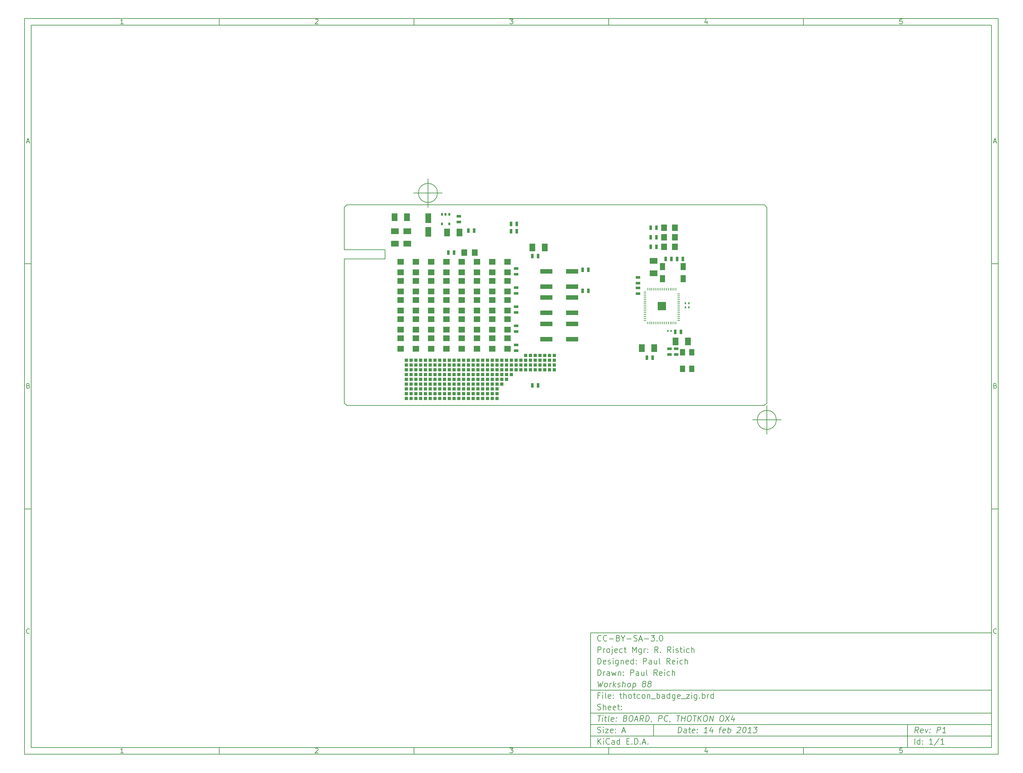
<source format=gtp>
G04 (created by PCBNEW (2012-11-15 BZR 3804)-stable) date Thu 14 Feb 2013 01:13:19 CST*
%MOIN*%
G04 Gerber Fmt 3.4, Leading zero omitted, Abs format*
%FSLAX34Y34*%
G01*
G70*
G90*
G04 APERTURE LIST*
%ADD10C,0.006*%
%ADD11C,0.00590551*%
%ADD12R,0.036X0.036*%
%ADD13R,0.063X0.1024*%
%ADD14R,0.0629X0.0709*%
%ADD15R,0.13X0.05*%
%ADD16R,0.0551X0.0709*%
%ADD17R,0.052X0.075*%
%ADD18R,0.02X0.03*%
%ADD19R,0.06X0.08*%
%ADD20R,0.08X0.06*%
%ADD21R,0.045X0.025*%
%ADD22R,0.025X0.045*%
%ADD23R,0.0157X0.0236*%
%ADD24R,0.0709X0.0629*%
%ADD25R,0.0105039X0.02872*%
%ADD26R,0.02872X0.0105039*%
%ADD27R,0.0887402X0.0887402*%
G04 APERTURE END LIST*
G54D10*
X-38750Y36250D02*
X63250Y36250D01*
X63250Y-40750D01*
X-38750Y-40750D01*
X-38750Y36250D01*
X-38050Y35550D02*
X62550Y35550D01*
X62550Y-40050D01*
X-38050Y-40050D01*
X-38050Y35550D01*
X-18350Y36250D02*
X-18350Y35550D01*
X-28407Y35697D02*
X-28692Y35697D01*
X-28550Y35697D02*
X-28550Y36197D01*
X-28597Y36126D01*
X-28645Y36078D01*
X-28692Y36054D01*
X-18350Y-40750D02*
X-18350Y-40050D01*
X-28407Y-40602D02*
X-28692Y-40602D01*
X-28550Y-40602D02*
X-28550Y-40102D01*
X-28597Y-40173D01*
X-28645Y-40221D01*
X-28692Y-40245D01*
X2050Y36250D02*
X2050Y35550D01*
X-8292Y36150D02*
X-8269Y36173D01*
X-8221Y36197D01*
X-8102Y36197D01*
X-8054Y36173D01*
X-8030Y36150D01*
X-8007Y36102D01*
X-8007Y36054D01*
X-8030Y35983D01*
X-8316Y35697D01*
X-8007Y35697D01*
X2050Y-40750D02*
X2050Y-40050D01*
X-8292Y-40150D02*
X-8269Y-40126D01*
X-8221Y-40102D01*
X-8102Y-40102D01*
X-8054Y-40126D01*
X-8030Y-40150D01*
X-8007Y-40197D01*
X-8007Y-40245D01*
X-8030Y-40316D01*
X-8316Y-40602D01*
X-8007Y-40602D01*
X22450Y36250D02*
X22450Y35550D01*
X12083Y36197D02*
X12392Y36197D01*
X12226Y36007D01*
X12297Y36007D01*
X12345Y35983D01*
X12369Y35959D01*
X12392Y35911D01*
X12392Y35792D01*
X12369Y35745D01*
X12345Y35721D01*
X12297Y35697D01*
X12154Y35697D01*
X12107Y35721D01*
X12083Y35745D01*
X22450Y-40750D02*
X22450Y-40050D01*
X12083Y-40102D02*
X12392Y-40102D01*
X12226Y-40292D01*
X12297Y-40292D01*
X12345Y-40316D01*
X12369Y-40340D01*
X12392Y-40388D01*
X12392Y-40507D01*
X12369Y-40554D01*
X12345Y-40578D01*
X12297Y-40602D01*
X12154Y-40602D01*
X12107Y-40578D01*
X12083Y-40554D01*
X42850Y36250D02*
X42850Y35550D01*
X32745Y36030D02*
X32745Y35697D01*
X32626Y36221D02*
X32507Y35864D01*
X32816Y35864D01*
X42850Y-40750D02*
X42850Y-40050D01*
X32745Y-40269D02*
X32745Y-40602D01*
X32626Y-40078D02*
X32507Y-40435D01*
X32816Y-40435D01*
X53169Y36197D02*
X52930Y36197D01*
X52907Y35959D01*
X52930Y35983D01*
X52978Y36007D01*
X53097Y36007D01*
X53145Y35983D01*
X53169Y35959D01*
X53192Y35911D01*
X53192Y35792D01*
X53169Y35745D01*
X53145Y35721D01*
X53097Y35697D01*
X52978Y35697D01*
X52930Y35721D01*
X52907Y35745D01*
X53169Y-40102D02*
X52930Y-40102D01*
X52907Y-40340D01*
X52930Y-40316D01*
X52978Y-40292D01*
X53097Y-40292D01*
X53145Y-40316D01*
X53169Y-40340D01*
X53192Y-40388D01*
X53192Y-40507D01*
X53169Y-40554D01*
X53145Y-40578D01*
X53097Y-40602D01*
X52978Y-40602D01*
X52930Y-40578D01*
X52907Y-40554D01*
X-38750Y10590D02*
X-38050Y10590D01*
X-38519Y23360D02*
X-38280Y23360D01*
X-38566Y23217D02*
X-38399Y23717D01*
X-38233Y23217D01*
X63250Y10590D02*
X62550Y10590D01*
X62780Y23360D02*
X63019Y23360D01*
X62733Y23217D02*
X62900Y23717D01*
X63066Y23217D01*
X-38750Y-15070D02*
X-38050Y-15070D01*
X-38364Y-2180D02*
X-38292Y-2204D01*
X-38269Y-2228D01*
X-38245Y-2275D01*
X-38245Y-2347D01*
X-38269Y-2394D01*
X-38292Y-2418D01*
X-38340Y-2442D01*
X-38530Y-2442D01*
X-38530Y-1942D01*
X-38364Y-1942D01*
X-38316Y-1966D01*
X-38292Y-1990D01*
X-38269Y-2037D01*
X-38269Y-2085D01*
X-38292Y-2132D01*
X-38316Y-2156D01*
X-38364Y-2180D01*
X-38530Y-2180D01*
X63250Y-15070D02*
X62550Y-15070D01*
X62935Y-2180D02*
X63007Y-2204D01*
X63030Y-2228D01*
X63054Y-2275D01*
X63054Y-2347D01*
X63030Y-2394D01*
X63007Y-2418D01*
X62959Y-2442D01*
X62769Y-2442D01*
X62769Y-1942D01*
X62935Y-1942D01*
X62983Y-1966D01*
X63007Y-1990D01*
X63030Y-2037D01*
X63030Y-2085D01*
X63007Y-2132D01*
X62983Y-2156D01*
X62935Y-2180D01*
X62769Y-2180D01*
X-38245Y-28054D02*
X-38269Y-28078D01*
X-38340Y-28102D01*
X-38388Y-28102D01*
X-38459Y-28078D01*
X-38507Y-28030D01*
X-38530Y-27983D01*
X-38554Y-27888D01*
X-38554Y-27816D01*
X-38530Y-27721D01*
X-38507Y-27673D01*
X-38459Y-27626D01*
X-38388Y-27602D01*
X-38340Y-27602D01*
X-38269Y-27626D01*
X-38245Y-27650D01*
X63054Y-28054D02*
X63030Y-28078D01*
X62959Y-28102D01*
X62911Y-28102D01*
X62840Y-28078D01*
X62792Y-28030D01*
X62769Y-27983D01*
X62745Y-27888D01*
X62745Y-27816D01*
X62769Y-27721D01*
X62792Y-27673D01*
X62840Y-27626D01*
X62911Y-27602D01*
X62959Y-27602D01*
X63030Y-27626D01*
X63054Y-27650D01*
X29700Y-38492D02*
X29775Y-37892D01*
X29917Y-37892D01*
X30000Y-37921D01*
X30050Y-37978D01*
X30071Y-38035D01*
X30085Y-38150D01*
X30075Y-38235D01*
X30032Y-38350D01*
X29996Y-38407D01*
X29932Y-38464D01*
X29842Y-38492D01*
X29700Y-38492D01*
X30557Y-38492D02*
X30596Y-38178D01*
X30575Y-38121D01*
X30521Y-38092D01*
X30407Y-38092D01*
X30346Y-38121D01*
X30560Y-38464D02*
X30500Y-38492D01*
X30357Y-38492D01*
X30303Y-38464D01*
X30282Y-38407D01*
X30289Y-38350D01*
X30325Y-38292D01*
X30385Y-38264D01*
X30528Y-38264D01*
X30589Y-38235D01*
X30807Y-38092D02*
X31035Y-38092D01*
X30917Y-37892D02*
X30853Y-38407D01*
X30875Y-38464D01*
X30928Y-38492D01*
X30985Y-38492D01*
X31417Y-38464D02*
X31357Y-38492D01*
X31242Y-38492D01*
X31189Y-38464D01*
X31167Y-38407D01*
X31196Y-38178D01*
X31232Y-38121D01*
X31292Y-38092D01*
X31407Y-38092D01*
X31460Y-38121D01*
X31482Y-38178D01*
X31475Y-38235D01*
X31182Y-38292D01*
X31707Y-38435D02*
X31732Y-38464D01*
X31700Y-38492D01*
X31675Y-38464D01*
X31707Y-38435D01*
X31700Y-38492D01*
X31746Y-38121D02*
X31771Y-38150D01*
X31739Y-38178D01*
X31714Y-38150D01*
X31746Y-38121D01*
X31739Y-38178D01*
X32757Y-38492D02*
X32414Y-38492D01*
X32585Y-38492D02*
X32660Y-37892D01*
X32592Y-37978D01*
X32528Y-38035D01*
X32467Y-38064D01*
X33321Y-38092D02*
X33271Y-38492D01*
X33207Y-37864D02*
X33010Y-38292D01*
X33382Y-38292D01*
X34007Y-38092D02*
X34235Y-38092D01*
X34042Y-38492D02*
X34107Y-37978D01*
X34142Y-37921D01*
X34203Y-37892D01*
X34260Y-37892D01*
X34617Y-38464D02*
X34557Y-38492D01*
X34442Y-38492D01*
X34389Y-38464D01*
X34367Y-38407D01*
X34396Y-38178D01*
X34432Y-38121D01*
X34492Y-38092D01*
X34607Y-38092D01*
X34660Y-38121D01*
X34682Y-38178D01*
X34675Y-38235D01*
X34382Y-38292D01*
X34900Y-38492D02*
X34975Y-37892D01*
X34946Y-38121D02*
X35007Y-38092D01*
X35121Y-38092D01*
X35175Y-38121D01*
X35200Y-38150D01*
X35221Y-38207D01*
X35200Y-38378D01*
X35164Y-38435D01*
X35132Y-38464D01*
X35071Y-38492D01*
X34957Y-38492D01*
X34903Y-38464D01*
X35939Y-37950D02*
X35971Y-37921D01*
X36032Y-37892D01*
X36175Y-37892D01*
X36228Y-37921D01*
X36253Y-37950D01*
X36275Y-38007D01*
X36267Y-38064D01*
X36228Y-38150D01*
X35842Y-38492D01*
X36214Y-38492D01*
X36660Y-37892D02*
X36717Y-37892D01*
X36771Y-37921D01*
X36796Y-37950D01*
X36817Y-38007D01*
X36832Y-38121D01*
X36814Y-38264D01*
X36771Y-38378D01*
X36735Y-38435D01*
X36703Y-38464D01*
X36642Y-38492D01*
X36585Y-38492D01*
X36532Y-38464D01*
X36507Y-38435D01*
X36485Y-38378D01*
X36471Y-38264D01*
X36489Y-38121D01*
X36532Y-38007D01*
X36567Y-37950D01*
X36600Y-37921D01*
X36660Y-37892D01*
X37357Y-38492D02*
X37014Y-38492D01*
X37185Y-38492D02*
X37260Y-37892D01*
X37192Y-37978D01*
X37128Y-38035D01*
X37067Y-38064D01*
X37632Y-37892D02*
X38003Y-37892D01*
X37775Y-38121D01*
X37860Y-38121D01*
X37914Y-38150D01*
X37939Y-38178D01*
X37960Y-38235D01*
X37942Y-38378D01*
X37907Y-38435D01*
X37875Y-38464D01*
X37814Y-38492D01*
X37642Y-38492D01*
X37589Y-38464D01*
X37564Y-38435D01*
X21292Y-39692D02*
X21292Y-39092D01*
X21635Y-39692D02*
X21378Y-39350D01*
X21635Y-39092D02*
X21292Y-39435D01*
X21892Y-39692D02*
X21892Y-39292D01*
X21892Y-39092D02*
X21864Y-39121D01*
X21892Y-39150D01*
X21921Y-39121D01*
X21892Y-39092D01*
X21892Y-39150D01*
X22521Y-39635D02*
X22492Y-39664D01*
X22407Y-39692D01*
X22350Y-39692D01*
X22264Y-39664D01*
X22207Y-39607D01*
X22178Y-39550D01*
X22150Y-39435D01*
X22150Y-39350D01*
X22178Y-39235D01*
X22207Y-39178D01*
X22264Y-39121D01*
X22350Y-39092D01*
X22407Y-39092D01*
X22492Y-39121D01*
X22521Y-39150D01*
X23035Y-39692D02*
X23035Y-39378D01*
X23007Y-39321D01*
X22950Y-39292D01*
X22835Y-39292D01*
X22778Y-39321D01*
X23035Y-39664D02*
X22978Y-39692D01*
X22835Y-39692D01*
X22778Y-39664D01*
X22750Y-39607D01*
X22750Y-39550D01*
X22778Y-39492D01*
X22835Y-39464D01*
X22978Y-39464D01*
X23035Y-39435D01*
X23578Y-39692D02*
X23578Y-39092D01*
X23578Y-39664D02*
X23521Y-39692D01*
X23407Y-39692D01*
X23350Y-39664D01*
X23321Y-39635D01*
X23292Y-39578D01*
X23292Y-39407D01*
X23321Y-39350D01*
X23350Y-39321D01*
X23407Y-39292D01*
X23521Y-39292D01*
X23578Y-39321D01*
X24321Y-39378D02*
X24521Y-39378D01*
X24607Y-39692D02*
X24321Y-39692D01*
X24321Y-39092D01*
X24607Y-39092D01*
X24864Y-39635D02*
X24892Y-39664D01*
X24864Y-39692D01*
X24835Y-39664D01*
X24864Y-39635D01*
X24864Y-39692D01*
X25149Y-39692D02*
X25149Y-39092D01*
X25292Y-39092D01*
X25378Y-39121D01*
X25435Y-39178D01*
X25464Y-39235D01*
X25492Y-39350D01*
X25492Y-39435D01*
X25464Y-39550D01*
X25435Y-39607D01*
X25378Y-39664D01*
X25292Y-39692D01*
X25149Y-39692D01*
X25749Y-39635D02*
X25778Y-39664D01*
X25749Y-39692D01*
X25721Y-39664D01*
X25749Y-39635D01*
X25749Y-39692D01*
X26007Y-39521D02*
X26292Y-39521D01*
X25949Y-39692D02*
X26149Y-39092D01*
X26349Y-39692D01*
X26549Y-39635D02*
X26578Y-39664D01*
X26549Y-39692D01*
X26521Y-39664D01*
X26549Y-39635D01*
X26549Y-39692D01*
X54842Y-38492D02*
X54678Y-38207D01*
X54500Y-38492D02*
X54575Y-37892D01*
X54803Y-37892D01*
X54857Y-37921D01*
X54882Y-37950D01*
X54903Y-38007D01*
X54892Y-38092D01*
X54857Y-38150D01*
X54825Y-38178D01*
X54764Y-38207D01*
X54535Y-38207D01*
X55332Y-38464D02*
X55271Y-38492D01*
X55157Y-38492D01*
X55103Y-38464D01*
X55082Y-38407D01*
X55110Y-38178D01*
X55146Y-38121D01*
X55207Y-38092D01*
X55321Y-38092D01*
X55375Y-38121D01*
X55396Y-38178D01*
X55389Y-38235D01*
X55096Y-38292D01*
X55607Y-38092D02*
X55700Y-38492D01*
X55892Y-38092D01*
X56078Y-38435D02*
X56103Y-38464D01*
X56071Y-38492D01*
X56046Y-38464D01*
X56078Y-38435D01*
X56071Y-38492D01*
X56117Y-38121D02*
X56142Y-38150D01*
X56110Y-38178D01*
X56085Y-38150D01*
X56117Y-38121D01*
X56110Y-38178D01*
X56814Y-38492D02*
X56889Y-37892D01*
X57117Y-37892D01*
X57171Y-37921D01*
X57196Y-37950D01*
X57217Y-38007D01*
X57207Y-38092D01*
X57171Y-38150D01*
X57139Y-38178D01*
X57078Y-38207D01*
X56850Y-38207D01*
X57728Y-38492D02*
X57385Y-38492D01*
X57557Y-38492D02*
X57632Y-37892D01*
X57564Y-37978D01*
X57500Y-38035D01*
X57439Y-38064D01*
X21264Y-38464D02*
X21350Y-38492D01*
X21492Y-38492D01*
X21550Y-38464D01*
X21578Y-38435D01*
X21607Y-38378D01*
X21607Y-38321D01*
X21578Y-38264D01*
X21550Y-38235D01*
X21492Y-38207D01*
X21378Y-38178D01*
X21321Y-38150D01*
X21292Y-38121D01*
X21264Y-38064D01*
X21264Y-38007D01*
X21292Y-37950D01*
X21321Y-37921D01*
X21378Y-37892D01*
X21521Y-37892D01*
X21607Y-37921D01*
X21864Y-38492D02*
X21864Y-38092D01*
X21864Y-37892D02*
X21835Y-37921D01*
X21864Y-37950D01*
X21892Y-37921D01*
X21864Y-37892D01*
X21864Y-37950D01*
X22092Y-38092D02*
X22407Y-38092D01*
X22092Y-38492D01*
X22407Y-38492D01*
X22864Y-38464D02*
X22807Y-38492D01*
X22692Y-38492D01*
X22635Y-38464D01*
X22607Y-38407D01*
X22607Y-38178D01*
X22635Y-38121D01*
X22692Y-38092D01*
X22807Y-38092D01*
X22864Y-38121D01*
X22892Y-38178D01*
X22892Y-38235D01*
X22607Y-38292D01*
X23150Y-38435D02*
X23178Y-38464D01*
X23150Y-38492D01*
X23121Y-38464D01*
X23150Y-38435D01*
X23150Y-38492D01*
X23150Y-38121D02*
X23178Y-38150D01*
X23150Y-38178D01*
X23121Y-38150D01*
X23150Y-38121D01*
X23150Y-38178D01*
X23864Y-38321D02*
X24150Y-38321D01*
X23807Y-38492D02*
X24007Y-37892D01*
X24207Y-38492D01*
X54492Y-39692D02*
X54492Y-39092D01*
X55035Y-39692D02*
X55035Y-39092D01*
X55035Y-39664D02*
X54978Y-39692D01*
X54864Y-39692D01*
X54807Y-39664D01*
X54778Y-39635D01*
X54750Y-39578D01*
X54750Y-39407D01*
X54778Y-39350D01*
X54807Y-39321D01*
X54864Y-39292D01*
X54978Y-39292D01*
X55035Y-39321D01*
X55321Y-39635D02*
X55350Y-39664D01*
X55321Y-39692D01*
X55292Y-39664D01*
X55321Y-39635D01*
X55321Y-39692D01*
X55321Y-39321D02*
X55350Y-39350D01*
X55321Y-39378D01*
X55292Y-39350D01*
X55321Y-39321D01*
X55321Y-39378D01*
X56378Y-39692D02*
X56035Y-39692D01*
X56207Y-39692D02*
X56207Y-39092D01*
X56149Y-39178D01*
X56092Y-39235D01*
X56035Y-39264D01*
X57064Y-39064D02*
X56550Y-39835D01*
X57578Y-39692D02*
X57235Y-39692D01*
X57407Y-39692D02*
X57407Y-39092D01*
X57349Y-39178D01*
X57292Y-39235D01*
X57235Y-39264D01*
X21289Y-36692D02*
X21632Y-36692D01*
X21385Y-37292D02*
X21460Y-36692D01*
X21757Y-37292D02*
X21807Y-36892D01*
X21832Y-36692D02*
X21800Y-36721D01*
X21825Y-36750D01*
X21857Y-36721D01*
X21832Y-36692D01*
X21825Y-36750D01*
X22007Y-36892D02*
X22235Y-36892D01*
X22117Y-36692D02*
X22053Y-37207D01*
X22075Y-37264D01*
X22128Y-37292D01*
X22185Y-37292D01*
X22471Y-37292D02*
X22417Y-37264D01*
X22396Y-37207D01*
X22460Y-36692D01*
X22932Y-37264D02*
X22871Y-37292D01*
X22757Y-37292D01*
X22703Y-37264D01*
X22682Y-37207D01*
X22710Y-36978D01*
X22746Y-36921D01*
X22807Y-36892D01*
X22921Y-36892D01*
X22975Y-36921D01*
X22996Y-36978D01*
X22989Y-37035D01*
X22696Y-37092D01*
X23221Y-37235D02*
X23246Y-37264D01*
X23214Y-37292D01*
X23189Y-37264D01*
X23221Y-37235D01*
X23214Y-37292D01*
X23260Y-36921D02*
X23285Y-36950D01*
X23253Y-36978D01*
X23228Y-36950D01*
X23260Y-36921D01*
X23253Y-36978D01*
X24196Y-36978D02*
X24278Y-37007D01*
X24303Y-37035D01*
X24325Y-37092D01*
X24314Y-37178D01*
X24278Y-37235D01*
X24246Y-37264D01*
X24185Y-37292D01*
X23957Y-37292D01*
X24032Y-36692D01*
X24232Y-36692D01*
X24285Y-36721D01*
X24310Y-36750D01*
X24332Y-36807D01*
X24325Y-36864D01*
X24289Y-36921D01*
X24257Y-36950D01*
X24196Y-36978D01*
X23996Y-36978D01*
X24746Y-36692D02*
X24860Y-36692D01*
X24914Y-36721D01*
X24964Y-36778D01*
X24978Y-36892D01*
X24953Y-37092D01*
X24910Y-37207D01*
X24846Y-37264D01*
X24785Y-37292D01*
X24671Y-37292D01*
X24617Y-37264D01*
X24567Y-37207D01*
X24553Y-37092D01*
X24578Y-36892D01*
X24621Y-36778D01*
X24685Y-36721D01*
X24746Y-36692D01*
X25178Y-37121D02*
X25464Y-37121D01*
X25100Y-37292D02*
X25375Y-36692D01*
X25500Y-37292D01*
X26042Y-37292D02*
X25878Y-37007D01*
X25700Y-37292D02*
X25775Y-36692D01*
X26003Y-36692D01*
X26057Y-36721D01*
X26082Y-36750D01*
X26103Y-36807D01*
X26092Y-36892D01*
X26057Y-36950D01*
X26025Y-36978D01*
X25964Y-37007D01*
X25735Y-37007D01*
X26300Y-37292D02*
X26375Y-36692D01*
X26517Y-36692D01*
X26600Y-36721D01*
X26650Y-36778D01*
X26671Y-36835D01*
X26685Y-36950D01*
X26675Y-37035D01*
X26632Y-37150D01*
X26596Y-37207D01*
X26532Y-37264D01*
X26442Y-37292D01*
X26300Y-37292D01*
X26932Y-37264D02*
X26928Y-37292D01*
X26892Y-37350D01*
X26860Y-37378D01*
X27642Y-37292D02*
X27717Y-36692D01*
X27946Y-36692D01*
X27999Y-36721D01*
X28025Y-36750D01*
X28046Y-36807D01*
X28035Y-36892D01*
X28000Y-36950D01*
X27967Y-36978D01*
X27907Y-37007D01*
X27678Y-37007D01*
X28592Y-37235D02*
X28560Y-37264D01*
X28471Y-37292D01*
X28414Y-37292D01*
X28332Y-37264D01*
X28282Y-37207D01*
X28260Y-37150D01*
X28246Y-37035D01*
X28257Y-36950D01*
X28300Y-36835D01*
X28335Y-36778D01*
X28399Y-36721D01*
X28489Y-36692D01*
X28546Y-36692D01*
X28628Y-36721D01*
X28653Y-36750D01*
X28875Y-37264D02*
X28871Y-37292D01*
X28835Y-37350D01*
X28803Y-37378D01*
X29575Y-36692D02*
X29917Y-36692D01*
X29671Y-37292D02*
X29746Y-36692D01*
X30042Y-37292D02*
X30117Y-36692D01*
X30082Y-36978D02*
X30425Y-36978D01*
X30385Y-37292D02*
X30460Y-36692D01*
X30860Y-36692D02*
X30975Y-36692D01*
X31028Y-36721D01*
X31078Y-36778D01*
X31092Y-36892D01*
X31067Y-37092D01*
X31024Y-37207D01*
X30960Y-37264D01*
X30900Y-37292D01*
X30785Y-37292D01*
X30732Y-37264D01*
X30682Y-37207D01*
X30667Y-37092D01*
X30692Y-36892D01*
X30735Y-36778D01*
X30799Y-36721D01*
X30860Y-36692D01*
X31289Y-36692D02*
X31632Y-36692D01*
X31385Y-37292D02*
X31460Y-36692D01*
X31757Y-37292D02*
X31832Y-36692D01*
X32099Y-37292D02*
X31885Y-36950D01*
X32174Y-36692D02*
X31789Y-37035D01*
X32546Y-36692D02*
X32660Y-36692D01*
X32714Y-36721D01*
X32764Y-36778D01*
X32778Y-36892D01*
X32753Y-37092D01*
X32710Y-37207D01*
X32646Y-37264D01*
X32585Y-37292D01*
X32471Y-37292D01*
X32417Y-37264D01*
X32367Y-37207D01*
X32353Y-37092D01*
X32378Y-36892D01*
X32421Y-36778D01*
X32485Y-36721D01*
X32546Y-36692D01*
X32985Y-37292D02*
X33060Y-36692D01*
X33328Y-37292D01*
X33403Y-36692D01*
X34260Y-36692D02*
X34374Y-36692D01*
X34428Y-36721D01*
X34478Y-36778D01*
X34492Y-36892D01*
X34467Y-37092D01*
X34424Y-37207D01*
X34360Y-37264D01*
X34299Y-37292D01*
X34185Y-37292D01*
X34132Y-37264D01*
X34082Y-37207D01*
X34067Y-37092D01*
X34092Y-36892D01*
X34135Y-36778D01*
X34199Y-36721D01*
X34260Y-36692D01*
X34717Y-36692D02*
X35042Y-37292D01*
X35117Y-36692D02*
X34642Y-37292D01*
X35578Y-36892D02*
X35528Y-37292D01*
X35464Y-36664D02*
X35267Y-37092D01*
X35639Y-37092D01*
X21492Y-34578D02*
X21292Y-34578D01*
X21292Y-34892D02*
X21292Y-34292D01*
X21578Y-34292D01*
X21807Y-34892D02*
X21807Y-34492D01*
X21807Y-34292D02*
X21778Y-34321D01*
X21807Y-34350D01*
X21835Y-34321D01*
X21807Y-34292D01*
X21807Y-34350D01*
X22178Y-34892D02*
X22121Y-34864D01*
X22092Y-34807D01*
X22092Y-34292D01*
X22635Y-34864D02*
X22578Y-34892D01*
X22464Y-34892D01*
X22407Y-34864D01*
X22378Y-34807D01*
X22378Y-34578D01*
X22407Y-34521D01*
X22464Y-34492D01*
X22578Y-34492D01*
X22635Y-34521D01*
X22664Y-34578D01*
X22664Y-34635D01*
X22378Y-34692D01*
X22921Y-34835D02*
X22950Y-34864D01*
X22921Y-34892D01*
X22892Y-34864D01*
X22921Y-34835D01*
X22921Y-34892D01*
X22921Y-34521D02*
X22950Y-34550D01*
X22921Y-34578D01*
X22892Y-34550D01*
X22921Y-34521D01*
X22921Y-34578D01*
X23578Y-34492D02*
X23807Y-34492D01*
X23664Y-34292D02*
X23664Y-34807D01*
X23692Y-34864D01*
X23750Y-34892D01*
X23807Y-34892D01*
X24007Y-34892D02*
X24007Y-34292D01*
X24264Y-34892D02*
X24264Y-34578D01*
X24235Y-34521D01*
X24178Y-34492D01*
X24092Y-34492D01*
X24035Y-34521D01*
X24007Y-34550D01*
X24635Y-34892D02*
X24578Y-34864D01*
X24550Y-34835D01*
X24521Y-34778D01*
X24521Y-34607D01*
X24550Y-34550D01*
X24578Y-34521D01*
X24635Y-34492D01*
X24721Y-34492D01*
X24778Y-34521D01*
X24807Y-34550D01*
X24835Y-34607D01*
X24835Y-34778D01*
X24807Y-34835D01*
X24778Y-34864D01*
X24721Y-34892D01*
X24635Y-34892D01*
X25007Y-34492D02*
X25235Y-34492D01*
X25092Y-34292D02*
X25092Y-34807D01*
X25121Y-34864D01*
X25178Y-34892D01*
X25235Y-34892D01*
X25692Y-34864D02*
X25635Y-34892D01*
X25521Y-34892D01*
X25464Y-34864D01*
X25435Y-34835D01*
X25407Y-34778D01*
X25407Y-34607D01*
X25435Y-34550D01*
X25464Y-34521D01*
X25521Y-34492D01*
X25635Y-34492D01*
X25692Y-34521D01*
X26035Y-34892D02*
X25978Y-34864D01*
X25950Y-34835D01*
X25921Y-34778D01*
X25921Y-34607D01*
X25950Y-34550D01*
X25978Y-34521D01*
X26035Y-34492D01*
X26121Y-34492D01*
X26178Y-34521D01*
X26207Y-34550D01*
X26235Y-34607D01*
X26235Y-34778D01*
X26207Y-34835D01*
X26178Y-34864D01*
X26121Y-34892D01*
X26035Y-34892D01*
X26492Y-34492D02*
X26492Y-34892D01*
X26492Y-34550D02*
X26521Y-34521D01*
X26578Y-34492D01*
X26664Y-34492D01*
X26721Y-34521D01*
X26750Y-34578D01*
X26750Y-34892D01*
X26892Y-34950D02*
X27350Y-34950D01*
X27492Y-34892D02*
X27492Y-34292D01*
X27492Y-34521D02*
X27550Y-34492D01*
X27664Y-34492D01*
X27721Y-34521D01*
X27750Y-34550D01*
X27778Y-34607D01*
X27778Y-34778D01*
X27750Y-34835D01*
X27721Y-34864D01*
X27664Y-34892D01*
X27550Y-34892D01*
X27492Y-34864D01*
X28292Y-34892D02*
X28292Y-34578D01*
X28264Y-34521D01*
X28207Y-34492D01*
X28092Y-34492D01*
X28035Y-34521D01*
X28292Y-34864D02*
X28235Y-34892D01*
X28092Y-34892D01*
X28035Y-34864D01*
X28007Y-34807D01*
X28007Y-34750D01*
X28035Y-34692D01*
X28092Y-34664D01*
X28235Y-34664D01*
X28292Y-34635D01*
X28835Y-34892D02*
X28835Y-34292D01*
X28835Y-34864D02*
X28778Y-34892D01*
X28664Y-34892D01*
X28607Y-34864D01*
X28578Y-34835D01*
X28550Y-34778D01*
X28550Y-34607D01*
X28578Y-34550D01*
X28607Y-34521D01*
X28664Y-34492D01*
X28778Y-34492D01*
X28835Y-34521D01*
X29378Y-34492D02*
X29378Y-34978D01*
X29350Y-35035D01*
X29321Y-35064D01*
X29264Y-35092D01*
X29178Y-35092D01*
X29121Y-35064D01*
X29378Y-34864D02*
X29321Y-34892D01*
X29207Y-34892D01*
X29150Y-34864D01*
X29121Y-34835D01*
X29092Y-34778D01*
X29092Y-34607D01*
X29121Y-34550D01*
X29150Y-34521D01*
X29207Y-34492D01*
X29321Y-34492D01*
X29378Y-34521D01*
X29892Y-34864D02*
X29835Y-34892D01*
X29721Y-34892D01*
X29664Y-34864D01*
X29635Y-34807D01*
X29635Y-34578D01*
X29664Y-34521D01*
X29721Y-34492D01*
X29835Y-34492D01*
X29892Y-34521D01*
X29921Y-34578D01*
X29921Y-34635D01*
X29635Y-34692D01*
X30035Y-34950D02*
X30492Y-34950D01*
X30578Y-34492D02*
X30892Y-34492D01*
X30578Y-34892D01*
X30892Y-34892D01*
X31121Y-34892D02*
X31121Y-34492D01*
X31121Y-34292D02*
X31092Y-34321D01*
X31121Y-34350D01*
X31150Y-34321D01*
X31121Y-34292D01*
X31121Y-34350D01*
X31664Y-34492D02*
X31664Y-34978D01*
X31635Y-35035D01*
X31607Y-35064D01*
X31549Y-35092D01*
X31464Y-35092D01*
X31407Y-35064D01*
X31664Y-34864D02*
X31607Y-34892D01*
X31492Y-34892D01*
X31435Y-34864D01*
X31407Y-34835D01*
X31378Y-34778D01*
X31378Y-34607D01*
X31407Y-34550D01*
X31435Y-34521D01*
X31492Y-34492D01*
X31607Y-34492D01*
X31664Y-34521D01*
X31949Y-34835D02*
X31978Y-34864D01*
X31949Y-34892D01*
X31921Y-34864D01*
X31949Y-34835D01*
X31949Y-34892D01*
X32235Y-34892D02*
X32235Y-34292D01*
X32235Y-34521D02*
X32292Y-34492D01*
X32407Y-34492D01*
X32464Y-34521D01*
X32492Y-34550D01*
X32521Y-34607D01*
X32521Y-34778D01*
X32492Y-34835D01*
X32464Y-34864D01*
X32407Y-34892D01*
X32292Y-34892D01*
X32235Y-34864D01*
X32778Y-34892D02*
X32778Y-34492D01*
X32778Y-34607D02*
X32807Y-34550D01*
X32835Y-34521D01*
X32892Y-34492D01*
X32949Y-34492D01*
X33407Y-34892D02*
X33407Y-34292D01*
X33407Y-34864D02*
X33349Y-34892D01*
X33235Y-34892D01*
X33178Y-34864D01*
X33149Y-34835D01*
X33121Y-34778D01*
X33121Y-34607D01*
X33149Y-34550D01*
X33178Y-34521D01*
X33235Y-34492D01*
X33349Y-34492D01*
X33407Y-34521D01*
X21264Y-36064D02*
X21350Y-36092D01*
X21492Y-36092D01*
X21550Y-36064D01*
X21578Y-36035D01*
X21607Y-35978D01*
X21607Y-35921D01*
X21578Y-35864D01*
X21550Y-35835D01*
X21492Y-35807D01*
X21378Y-35778D01*
X21321Y-35750D01*
X21292Y-35721D01*
X21264Y-35664D01*
X21264Y-35607D01*
X21292Y-35550D01*
X21321Y-35521D01*
X21378Y-35492D01*
X21521Y-35492D01*
X21607Y-35521D01*
X21864Y-36092D02*
X21864Y-35492D01*
X22121Y-36092D02*
X22121Y-35778D01*
X22092Y-35721D01*
X22035Y-35692D01*
X21950Y-35692D01*
X21892Y-35721D01*
X21864Y-35750D01*
X22635Y-36064D02*
X22578Y-36092D01*
X22464Y-36092D01*
X22407Y-36064D01*
X22378Y-36007D01*
X22378Y-35778D01*
X22407Y-35721D01*
X22464Y-35692D01*
X22578Y-35692D01*
X22635Y-35721D01*
X22664Y-35778D01*
X22664Y-35835D01*
X22378Y-35892D01*
X23150Y-36064D02*
X23092Y-36092D01*
X22978Y-36092D01*
X22921Y-36064D01*
X22892Y-36007D01*
X22892Y-35778D01*
X22921Y-35721D01*
X22978Y-35692D01*
X23092Y-35692D01*
X23150Y-35721D01*
X23178Y-35778D01*
X23178Y-35835D01*
X22892Y-35892D01*
X23350Y-35692D02*
X23578Y-35692D01*
X23435Y-35492D02*
X23435Y-36007D01*
X23464Y-36064D01*
X23521Y-36092D01*
X23578Y-36092D01*
X23778Y-36035D02*
X23807Y-36064D01*
X23778Y-36092D01*
X23750Y-36064D01*
X23778Y-36035D01*
X23778Y-36092D01*
X23778Y-35721D02*
X23807Y-35750D01*
X23778Y-35778D01*
X23750Y-35750D01*
X23778Y-35721D01*
X23778Y-35778D01*
X21317Y-33092D02*
X21385Y-33692D01*
X21553Y-33264D01*
X21614Y-33692D01*
X21832Y-33092D01*
X22071Y-33692D02*
X22017Y-33664D01*
X21992Y-33635D01*
X21971Y-33578D01*
X21992Y-33407D01*
X22028Y-33350D01*
X22060Y-33321D01*
X22121Y-33292D01*
X22207Y-33292D01*
X22260Y-33321D01*
X22285Y-33350D01*
X22307Y-33407D01*
X22285Y-33578D01*
X22250Y-33635D01*
X22217Y-33664D01*
X22157Y-33692D01*
X22071Y-33692D01*
X22528Y-33692D02*
X22578Y-33292D01*
X22564Y-33407D02*
X22600Y-33350D01*
X22632Y-33321D01*
X22692Y-33292D01*
X22750Y-33292D01*
X22900Y-33692D02*
X22975Y-33092D01*
X22985Y-33464D02*
X23128Y-33692D01*
X23178Y-33292D02*
X22921Y-33521D01*
X23360Y-33664D02*
X23414Y-33692D01*
X23528Y-33692D01*
X23589Y-33664D01*
X23625Y-33607D01*
X23628Y-33578D01*
X23607Y-33521D01*
X23553Y-33492D01*
X23467Y-33492D01*
X23414Y-33464D01*
X23392Y-33407D01*
X23396Y-33378D01*
X23432Y-33321D01*
X23492Y-33292D01*
X23578Y-33292D01*
X23632Y-33321D01*
X23871Y-33692D02*
X23946Y-33092D01*
X24128Y-33692D02*
X24167Y-33378D01*
X24146Y-33321D01*
X24092Y-33292D01*
X24007Y-33292D01*
X23946Y-33321D01*
X23914Y-33350D01*
X24499Y-33692D02*
X24446Y-33664D01*
X24421Y-33635D01*
X24400Y-33578D01*
X24421Y-33407D01*
X24457Y-33350D01*
X24489Y-33321D01*
X24549Y-33292D01*
X24635Y-33292D01*
X24689Y-33321D01*
X24714Y-33350D01*
X24735Y-33407D01*
X24714Y-33578D01*
X24678Y-33635D01*
X24646Y-33664D01*
X24585Y-33692D01*
X24499Y-33692D01*
X25007Y-33292D02*
X24932Y-33892D01*
X25003Y-33321D02*
X25064Y-33292D01*
X25178Y-33292D01*
X25232Y-33321D01*
X25257Y-33350D01*
X25278Y-33407D01*
X25257Y-33578D01*
X25221Y-33635D01*
X25189Y-33664D01*
X25128Y-33692D01*
X25014Y-33692D01*
X24960Y-33664D01*
X26085Y-33350D02*
X26032Y-33321D01*
X26007Y-33292D01*
X25985Y-33235D01*
X25989Y-33207D01*
X26024Y-33150D01*
X26057Y-33121D01*
X26117Y-33092D01*
X26232Y-33092D01*
X26285Y-33121D01*
X26310Y-33150D01*
X26332Y-33207D01*
X26328Y-33235D01*
X26292Y-33292D01*
X26260Y-33321D01*
X26199Y-33350D01*
X26085Y-33350D01*
X26025Y-33378D01*
X25992Y-33407D01*
X25957Y-33464D01*
X25942Y-33578D01*
X25964Y-33635D01*
X25989Y-33664D01*
X26042Y-33692D01*
X26157Y-33692D01*
X26217Y-33664D01*
X26249Y-33635D01*
X26285Y-33578D01*
X26299Y-33464D01*
X26278Y-33407D01*
X26253Y-33378D01*
X26199Y-33350D01*
X26657Y-33350D02*
X26603Y-33321D01*
X26578Y-33292D01*
X26557Y-33235D01*
X26560Y-33207D01*
X26596Y-33150D01*
X26628Y-33121D01*
X26689Y-33092D01*
X26803Y-33092D01*
X26857Y-33121D01*
X26882Y-33150D01*
X26903Y-33207D01*
X26900Y-33235D01*
X26864Y-33292D01*
X26832Y-33321D01*
X26771Y-33350D01*
X26657Y-33350D01*
X26596Y-33378D01*
X26564Y-33407D01*
X26528Y-33464D01*
X26514Y-33578D01*
X26535Y-33635D01*
X26560Y-33664D01*
X26614Y-33692D01*
X26728Y-33692D01*
X26789Y-33664D01*
X26821Y-33635D01*
X26857Y-33578D01*
X26871Y-33464D01*
X26849Y-33407D01*
X26825Y-33378D01*
X26771Y-33350D01*
X21292Y-32492D02*
X21292Y-31892D01*
X21435Y-31892D01*
X21521Y-31921D01*
X21578Y-31978D01*
X21607Y-32035D01*
X21635Y-32150D01*
X21635Y-32235D01*
X21607Y-32350D01*
X21578Y-32407D01*
X21521Y-32464D01*
X21435Y-32492D01*
X21292Y-32492D01*
X21892Y-32492D02*
X21892Y-32092D01*
X21892Y-32207D02*
X21921Y-32150D01*
X21950Y-32121D01*
X22007Y-32092D01*
X22064Y-32092D01*
X22521Y-32492D02*
X22521Y-32178D01*
X22492Y-32121D01*
X22435Y-32092D01*
X22321Y-32092D01*
X22264Y-32121D01*
X22521Y-32464D02*
X22464Y-32492D01*
X22321Y-32492D01*
X22264Y-32464D01*
X22235Y-32407D01*
X22235Y-32350D01*
X22264Y-32292D01*
X22321Y-32264D01*
X22464Y-32264D01*
X22521Y-32235D01*
X22750Y-32092D02*
X22864Y-32492D01*
X22978Y-32207D01*
X23092Y-32492D01*
X23207Y-32092D01*
X23435Y-32092D02*
X23435Y-32492D01*
X23435Y-32150D02*
X23464Y-32121D01*
X23521Y-32092D01*
X23607Y-32092D01*
X23664Y-32121D01*
X23692Y-32178D01*
X23692Y-32492D01*
X23978Y-32435D02*
X24007Y-32464D01*
X23978Y-32492D01*
X23950Y-32464D01*
X23978Y-32435D01*
X23978Y-32492D01*
X23978Y-32121D02*
X24007Y-32150D01*
X23978Y-32178D01*
X23950Y-32150D01*
X23978Y-32121D01*
X23978Y-32178D01*
X24721Y-32492D02*
X24721Y-31892D01*
X24950Y-31892D01*
X25007Y-31921D01*
X25035Y-31950D01*
X25064Y-32007D01*
X25064Y-32092D01*
X25035Y-32150D01*
X25007Y-32178D01*
X24950Y-32207D01*
X24721Y-32207D01*
X25578Y-32492D02*
X25578Y-32178D01*
X25550Y-32121D01*
X25492Y-32092D01*
X25378Y-32092D01*
X25321Y-32121D01*
X25578Y-32464D02*
X25521Y-32492D01*
X25378Y-32492D01*
X25321Y-32464D01*
X25292Y-32407D01*
X25292Y-32350D01*
X25321Y-32292D01*
X25378Y-32264D01*
X25521Y-32264D01*
X25578Y-32235D01*
X26121Y-32092D02*
X26121Y-32492D01*
X25864Y-32092D02*
X25864Y-32407D01*
X25892Y-32464D01*
X25949Y-32492D01*
X26035Y-32492D01*
X26092Y-32464D01*
X26121Y-32435D01*
X26492Y-32492D02*
X26435Y-32464D01*
X26407Y-32407D01*
X26407Y-31892D01*
X27521Y-32492D02*
X27321Y-32207D01*
X27178Y-32492D02*
X27178Y-31892D01*
X27407Y-31892D01*
X27464Y-31921D01*
X27492Y-31950D01*
X27521Y-32007D01*
X27521Y-32092D01*
X27492Y-32150D01*
X27464Y-32178D01*
X27407Y-32207D01*
X27178Y-32207D01*
X28007Y-32464D02*
X27950Y-32492D01*
X27835Y-32492D01*
X27778Y-32464D01*
X27750Y-32407D01*
X27750Y-32178D01*
X27778Y-32121D01*
X27835Y-32092D01*
X27950Y-32092D01*
X28007Y-32121D01*
X28035Y-32178D01*
X28035Y-32235D01*
X27750Y-32292D01*
X28292Y-32492D02*
X28292Y-32092D01*
X28292Y-31892D02*
X28264Y-31921D01*
X28292Y-31950D01*
X28321Y-31921D01*
X28292Y-31892D01*
X28292Y-31950D01*
X28835Y-32464D02*
X28778Y-32492D01*
X28664Y-32492D01*
X28607Y-32464D01*
X28578Y-32435D01*
X28550Y-32378D01*
X28550Y-32207D01*
X28578Y-32150D01*
X28607Y-32121D01*
X28664Y-32092D01*
X28778Y-32092D01*
X28835Y-32121D01*
X29092Y-32492D02*
X29092Y-31892D01*
X29350Y-32492D02*
X29350Y-32178D01*
X29321Y-32121D01*
X29264Y-32092D01*
X29178Y-32092D01*
X29121Y-32121D01*
X29092Y-32150D01*
X21292Y-31292D02*
X21292Y-30692D01*
X21435Y-30692D01*
X21521Y-30721D01*
X21578Y-30778D01*
X21607Y-30835D01*
X21635Y-30950D01*
X21635Y-31035D01*
X21607Y-31150D01*
X21578Y-31207D01*
X21521Y-31264D01*
X21435Y-31292D01*
X21292Y-31292D01*
X22121Y-31264D02*
X22064Y-31292D01*
X21950Y-31292D01*
X21892Y-31264D01*
X21864Y-31207D01*
X21864Y-30978D01*
X21892Y-30921D01*
X21950Y-30892D01*
X22064Y-30892D01*
X22121Y-30921D01*
X22150Y-30978D01*
X22150Y-31035D01*
X21864Y-31092D01*
X22378Y-31264D02*
X22435Y-31292D01*
X22550Y-31292D01*
X22607Y-31264D01*
X22635Y-31207D01*
X22635Y-31178D01*
X22607Y-31121D01*
X22550Y-31092D01*
X22464Y-31092D01*
X22407Y-31064D01*
X22378Y-31007D01*
X22378Y-30978D01*
X22407Y-30921D01*
X22464Y-30892D01*
X22550Y-30892D01*
X22607Y-30921D01*
X22892Y-31292D02*
X22892Y-30892D01*
X22892Y-30692D02*
X22864Y-30721D01*
X22892Y-30750D01*
X22921Y-30721D01*
X22892Y-30692D01*
X22892Y-30750D01*
X23435Y-30892D02*
X23435Y-31378D01*
X23407Y-31435D01*
X23378Y-31464D01*
X23321Y-31492D01*
X23235Y-31492D01*
X23178Y-31464D01*
X23435Y-31264D02*
X23378Y-31292D01*
X23264Y-31292D01*
X23207Y-31264D01*
X23178Y-31235D01*
X23150Y-31178D01*
X23150Y-31007D01*
X23178Y-30950D01*
X23207Y-30921D01*
X23264Y-30892D01*
X23378Y-30892D01*
X23435Y-30921D01*
X23721Y-30892D02*
X23721Y-31292D01*
X23721Y-30950D02*
X23750Y-30921D01*
X23807Y-30892D01*
X23892Y-30892D01*
X23950Y-30921D01*
X23978Y-30978D01*
X23978Y-31292D01*
X24492Y-31264D02*
X24435Y-31292D01*
X24321Y-31292D01*
X24264Y-31264D01*
X24235Y-31207D01*
X24235Y-30978D01*
X24264Y-30921D01*
X24321Y-30892D01*
X24435Y-30892D01*
X24492Y-30921D01*
X24521Y-30978D01*
X24521Y-31035D01*
X24235Y-31092D01*
X25035Y-31292D02*
X25035Y-30692D01*
X25035Y-31264D02*
X24978Y-31292D01*
X24864Y-31292D01*
X24807Y-31264D01*
X24778Y-31235D01*
X24750Y-31178D01*
X24750Y-31007D01*
X24778Y-30950D01*
X24807Y-30921D01*
X24864Y-30892D01*
X24978Y-30892D01*
X25035Y-30921D01*
X25321Y-31235D02*
X25350Y-31264D01*
X25321Y-31292D01*
X25292Y-31264D01*
X25321Y-31235D01*
X25321Y-31292D01*
X25321Y-30921D02*
X25350Y-30950D01*
X25321Y-30978D01*
X25292Y-30950D01*
X25321Y-30921D01*
X25321Y-30978D01*
X26064Y-31292D02*
X26064Y-30692D01*
X26292Y-30692D01*
X26349Y-30721D01*
X26378Y-30750D01*
X26407Y-30807D01*
X26407Y-30892D01*
X26378Y-30950D01*
X26349Y-30978D01*
X26292Y-31007D01*
X26064Y-31007D01*
X26921Y-31292D02*
X26921Y-30978D01*
X26892Y-30921D01*
X26835Y-30892D01*
X26721Y-30892D01*
X26664Y-30921D01*
X26921Y-31264D02*
X26864Y-31292D01*
X26721Y-31292D01*
X26664Y-31264D01*
X26635Y-31207D01*
X26635Y-31150D01*
X26664Y-31092D01*
X26721Y-31064D01*
X26864Y-31064D01*
X26921Y-31035D01*
X27464Y-30892D02*
X27464Y-31292D01*
X27207Y-30892D02*
X27207Y-31207D01*
X27235Y-31264D01*
X27292Y-31292D01*
X27378Y-31292D01*
X27435Y-31264D01*
X27464Y-31235D01*
X27835Y-31292D02*
X27778Y-31264D01*
X27749Y-31207D01*
X27749Y-30692D01*
X28864Y-31292D02*
X28664Y-31007D01*
X28521Y-31292D02*
X28521Y-30692D01*
X28750Y-30692D01*
X28807Y-30721D01*
X28835Y-30750D01*
X28864Y-30807D01*
X28864Y-30892D01*
X28835Y-30950D01*
X28807Y-30978D01*
X28750Y-31007D01*
X28521Y-31007D01*
X29350Y-31264D02*
X29292Y-31292D01*
X29178Y-31292D01*
X29121Y-31264D01*
X29092Y-31207D01*
X29092Y-30978D01*
X29121Y-30921D01*
X29178Y-30892D01*
X29292Y-30892D01*
X29350Y-30921D01*
X29378Y-30978D01*
X29378Y-31035D01*
X29092Y-31092D01*
X29635Y-31292D02*
X29635Y-30892D01*
X29635Y-30692D02*
X29607Y-30721D01*
X29635Y-30750D01*
X29664Y-30721D01*
X29635Y-30692D01*
X29635Y-30750D01*
X30178Y-31264D02*
X30121Y-31292D01*
X30007Y-31292D01*
X29950Y-31264D01*
X29921Y-31235D01*
X29892Y-31178D01*
X29892Y-31007D01*
X29921Y-30950D01*
X29950Y-30921D01*
X30007Y-30892D01*
X30121Y-30892D01*
X30178Y-30921D01*
X30435Y-31292D02*
X30435Y-30692D01*
X30692Y-31292D02*
X30692Y-30978D01*
X30664Y-30921D01*
X30607Y-30892D01*
X30521Y-30892D01*
X30464Y-30921D01*
X30435Y-30950D01*
X21292Y-30092D02*
X21292Y-29492D01*
X21521Y-29492D01*
X21578Y-29521D01*
X21607Y-29550D01*
X21635Y-29607D01*
X21635Y-29692D01*
X21607Y-29750D01*
X21578Y-29778D01*
X21521Y-29807D01*
X21292Y-29807D01*
X21892Y-30092D02*
X21892Y-29692D01*
X21892Y-29807D02*
X21921Y-29750D01*
X21950Y-29721D01*
X22007Y-29692D01*
X22064Y-29692D01*
X22350Y-30092D02*
X22292Y-30064D01*
X22264Y-30035D01*
X22235Y-29978D01*
X22235Y-29807D01*
X22264Y-29750D01*
X22292Y-29721D01*
X22350Y-29692D01*
X22435Y-29692D01*
X22492Y-29721D01*
X22521Y-29750D01*
X22550Y-29807D01*
X22550Y-29978D01*
X22521Y-30035D01*
X22492Y-30064D01*
X22435Y-30092D01*
X22350Y-30092D01*
X22807Y-29692D02*
X22807Y-30207D01*
X22778Y-30264D01*
X22721Y-30292D01*
X22692Y-30292D01*
X22807Y-29492D02*
X22778Y-29521D01*
X22807Y-29550D01*
X22835Y-29521D01*
X22807Y-29492D01*
X22807Y-29550D01*
X23321Y-30064D02*
X23264Y-30092D01*
X23150Y-30092D01*
X23092Y-30064D01*
X23064Y-30007D01*
X23064Y-29778D01*
X23092Y-29721D01*
X23150Y-29692D01*
X23264Y-29692D01*
X23321Y-29721D01*
X23350Y-29778D01*
X23350Y-29835D01*
X23064Y-29892D01*
X23864Y-30064D02*
X23807Y-30092D01*
X23692Y-30092D01*
X23635Y-30064D01*
X23607Y-30035D01*
X23578Y-29978D01*
X23578Y-29807D01*
X23607Y-29750D01*
X23635Y-29721D01*
X23692Y-29692D01*
X23807Y-29692D01*
X23864Y-29721D01*
X24035Y-29692D02*
X24264Y-29692D01*
X24121Y-29492D02*
X24121Y-30007D01*
X24150Y-30064D01*
X24207Y-30092D01*
X24264Y-30092D01*
X24921Y-30092D02*
X24921Y-29492D01*
X25121Y-29921D01*
X25321Y-29492D01*
X25321Y-30092D01*
X25864Y-29692D02*
X25864Y-30178D01*
X25835Y-30235D01*
X25807Y-30264D01*
X25750Y-30292D01*
X25664Y-30292D01*
X25607Y-30264D01*
X25864Y-30064D02*
X25807Y-30092D01*
X25692Y-30092D01*
X25635Y-30064D01*
X25607Y-30035D01*
X25578Y-29978D01*
X25578Y-29807D01*
X25607Y-29750D01*
X25635Y-29721D01*
X25692Y-29692D01*
X25807Y-29692D01*
X25864Y-29721D01*
X26150Y-30092D02*
X26150Y-29692D01*
X26150Y-29807D02*
X26178Y-29750D01*
X26207Y-29721D01*
X26264Y-29692D01*
X26321Y-29692D01*
X26521Y-30035D02*
X26550Y-30064D01*
X26521Y-30092D01*
X26492Y-30064D01*
X26521Y-30035D01*
X26521Y-30092D01*
X26521Y-29721D02*
X26550Y-29750D01*
X26521Y-29778D01*
X26492Y-29750D01*
X26521Y-29721D01*
X26521Y-29778D01*
X27607Y-30092D02*
X27407Y-29807D01*
X27264Y-30092D02*
X27264Y-29492D01*
X27492Y-29492D01*
X27550Y-29521D01*
X27578Y-29550D01*
X27607Y-29607D01*
X27607Y-29692D01*
X27578Y-29750D01*
X27550Y-29778D01*
X27492Y-29807D01*
X27264Y-29807D01*
X27864Y-30035D02*
X27892Y-30064D01*
X27864Y-30092D01*
X27835Y-30064D01*
X27864Y-30035D01*
X27864Y-30092D01*
X28950Y-30092D02*
X28750Y-29807D01*
X28607Y-30092D02*
X28607Y-29492D01*
X28835Y-29492D01*
X28892Y-29521D01*
X28921Y-29550D01*
X28950Y-29607D01*
X28950Y-29692D01*
X28921Y-29750D01*
X28892Y-29778D01*
X28835Y-29807D01*
X28607Y-29807D01*
X29207Y-30092D02*
X29207Y-29692D01*
X29207Y-29492D02*
X29178Y-29521D01*
X29207Y-29550D01*
X29235Y-29521D01*
X29207Y-29492D01*
X29207Y-29550D01*
X29464Y-30064D02*
X29521Y-30092D01*
X29635Y-30092D01*
X29692Y-30064D01*
X29721Y-30007D01*
X29721Y-29978D01*
X29692Y-29921D01*
X29635Y-29892D01*
X29550Y-29892D01*
X29492Y-29864D01*
X29464Y-29807D01*
X29464Y-29778D01*
X29492Y-29721D01*
X29550Y-29692D01*
X29635Y-29692D01*
X29692Y-29721D01*
X29892Y-29692D02*
X30121Y-29692D01*
X29978Y-29492D02*
X29978Y-30007D01*
X30007Y-30064D01*
X30064Y-30092D01*
X30121Y-30092D01*
X30321Y-30092D02*
X30321Y-29692D01*
X30321Y-29492D02*
X30292Y-29521D01*
X30321Y-29550D01*
X30350Y-29521D01*
X30321Y-29492D01*
X30321Y-29550D01*
X30864Y-30064D02*
X30807Y-30092D01*
X30692Y-30092D01*
X30635Y-30064D01*
X30607Y-30035D01*
X30578Y-29978D01*
X30578Y-29807D01*
X30607Y-29750D01*
X30635Y-29721D01*
X30692Y-29692D01*
X30807Y-29692D01*
X30864Y-29721D01*
X31121Y-30092D02*
X31121Y-29492D01*
X31378Y-30092D02*
X31378Y-29778D01*
X31350Y-29721D01*
X31292Y-29692D01*
X31207Y-29692D01*
X31150Y-29721D01*
X31121Y-29750D01*
X21635Y-28835D02*
X21607Y-28864D01*
X21521Y-28892D01*
X21464Y-28892D01*
X21378Y-28864D01*
X21321Y-28807D01*
X21292Y-28750D01*
X21264Y-28635D01*
X21264Y-28550D01*
X21292Y-28435D01*
X21321Y-28378D01*
X21378Y-28321D01*
X21464Y-28292D01*
X21521Y-28292D01*
X21607Y-28321D01*
X21635Y-28350D01*
X22235Y-28835D02*
X22207Y-28864D01*
X22121Y-28892D01*
X22064Y-28892D01*
X21978Y-28864D01*
X21921Y-28807D01*
X21892Y-28750D01*
X21864Y-28635D01*
X21864Y-28550D01*
X21892Y-28435D01*
X21921Y-28378D01*
X21978Y-28321D01*
X22064Y-28292D01*
X22121Y-28292D01*
X22207Y-28321D01*
X22235Y-28350D01*
X22492Y-28664D02*
X22950Y-28664D01*
X23435Y-28578D02*
X23521Y-28607D01*
X23550Y-28635D01*
X23578Y-28692D01*
X23578Y-28778D01*
X23550Y-28835D01*
X23521Y-28864D01*
X23464Y-28892D01*
X23235Y-28892D01*
X23235Y-28292D01*
X23435Y-28292D01*
X23492Y-28321D01*
X23521Y-28350D01*
X23550Y-28407D01*
X23550Y-28464D01*
X23521Y-28521D01*
X23492Y-28550D01*
X23435Y-28578D01*
X23235Y-28578D01*
X23950Y-28607D02*
X23950Y-28892D01*
X23750Y-28292D02*
X23950Y-28607D01*
X24150Y-28292D01*
X24350Y-28664D02*
X24807Y-28664D01*
X25064Y-28864D02*
X25150Y-28892D01*
X25292Y-28892D01*
X25350Y-28864D01*
X25378Y-28835D01*
X25407Y-28778D01*
X25407Y-28721D01*
X25378Y-28664D01*
X25350Y-28635D01*
X25292Y-28607D01*
X25178Y-28578D01*
X25121Y-28550D01*
X25092Y-28521D01*
X25064Y-28464D01*
X25064Y-28407D01*
X25092Y-28350D01*
X25121Y-28321D01*
X25178Y-28292D01*
X25321Y-28292D01*
X25407Y-28321D01*
X25635Y-28721D02*
X25921Y-28721D01*
X25578Y-28892D02*
X25778Y-28292D01*
X25978Y-28892D01*
X26178Y-28664D02*
X26635Y-28664D01*
X26864Y-28292D02*
X27235Y-28292D01*
X27035Y-28521D01*
X27121Y-28521D01*
X27178Y-28550D01*
X27207Y-28578D01*
X27235Y-28635D01*
X27235Y-28778D01*
X27207Y-28835D01*
X27178Y-28864D01*
X27121Y-28892D01*
X26950Y-28892D01*
X26892Y-28864D01*
X26864Y-28835D01*
X27492Y-28835D02*
X27521Y-28864D01*
X27492Y-28892D01*
X27464Y-28864D01*
X27492Y-28835D01*
X27492Y-28892D01*
X27892Y-28292D02*
X27950Y-28292D01*
X28007Y-28321D01*
X28035Y-28350D01*
X28064Y-28407D01*
X28092Y-28521D01*
X28092Y-28664D01*
X28064Y-28778D01*
X28035Y-28835D01*
X28007Y-28864D01*
X27950Y-28892D01*
X27892Y-28892D01*
X27835Y-28864D01*
X27807Y-28835D01*
X27778Y-28778D01*
X27750Y-28664D01*
X27750Y-28521D01*
X27778Y-28407D01*
X27807Y-28350D01*
X27835Y-28321D01*
X27892Y-28292D01*
X20550Y-28050D02*
X20550Y-40050D01*
X20550Y-34050D02*
X62550Y-34050D01*
X20550Y-28050D02*
X62550Y-28050D01*
X20550Y-36450D02*
X62550Y-36450D01*
X53750Y-37650D02*
X53750Y-40050D01*
X20550Y-38850D02*
X62550Y-38850D01*
X20550Y-37650D02*
X62550Y-37650D01*
X27150Y-37650D02*
X27150Y-38850D01*
X4500Y18000D02*
G75*
G03X4500Y18000I-1000J0D01*
G74*
G01*
X2000Y18000D02*
X5000Y18000D01*
X3500Y19500D02*
X3500Y16500D01*
X40000Y-5750D02*
G75*
G03X40000Y-5750I-1000J0D01*
G74*
G01*
X37500Y-5750D02*
X40500Y-5750D01*
X39000Y-4250D02*
X39000Y-7250D01*
X39000Y16500D02*
X38750Y16750D01*
X38750Y-4250D02*
X39000Y-4000D01*
X-5000Y-4250D02*
X-5250Y-4000D01*
X-5250Y16500D02*
X-5000Y16750D01*
X-5250Y11100D02*
X-5250Y-4000D01*
X-5250Y16500D02*
X-5250Y12050D01*
X-1000Y11100D02*
X-5250Y11100D01*
X-1000Y12050D02*
X-1000Y11100D01*
X-5250Y12050D02*
X-1000Y12050D01*
G54D11*
X38750Y16750D02*
X-5000Y16750D01*
G54D10*
X39000Y-4000D02*
X39000Y16500D01*
G54D11*
X-5000Y-4250D02*
X38750Y-4250D01*
G54D12*
X10250Y-3000D03*
X10750Y-3000D03*
X9750Y-3000D03*
X9250Y-3000D03*
X6250Y-3000D03*
X6750Y-3000D03*
X5750Y-3000D03*
X5250Y-3000D03*
X7250Y-3000D03*
X7750Y-3000D03*
X8750Y-3000D03*
X8250Y-3000D03*
X4250Y-3000D03*
X4750Y-3000D03*
X3750Y-3000D03*
X3250Y-3000D03*
X1250Y-3000D03*
X1750Y-3000D03*
X2750Y-3000D03*
X2250Y-3000D03*
G54D13*
X3550Y15359D03*
X3550Y13941D03*
G54D14*
X28241Y12350D03*
X29359Y12350D03*
G54D15*
X18600Y2700D03*
X15900Y4300D03*
X18600Y4300D03*
X15900Y2700D03*
X18600Y8200D03*
X15900Y9800D03*
X18600Y9800D03*
X15900Y8200D03*
X18600Y5450D03*
X15900Y7050D03*
X18600Y7050D03*
X15900Y5450D03*
G54D16*
X31122Y-416D03*
X31122Y1316D03*
X30178Y1316D03*
X30178Y-416D03*
G54D17*
X30230Y10280D03*
X28070Y10280D03*
X28070Y9020D03*
X30230Y9020D03*
G54D18*
X5725Y15750D03*
X4975Y15750D03*
X5725Y14750D03*
X5350Y15750D03*
X4975Y14750D03*
G54D19*
X15750Y12300D03*
X14450Y12300D03*
X0Y15450D03*
X1300Y15450D03*
X25900Y1750D03*
X27200Y1750D03*
G54D20*
X27150Y9600D03*
X27150Y10900D03*
G54D19*
X6800Y13850D03*
X5500Y13850D03*
G54D20*
X50Y14000D03*
X50Y12700D03*
X1350Y14000D03*
X1350Y12700D03*
G54D21*
X29500Y1100D03*
X29500Y1700D03*
G54D22*
X29400Y3450D03*
X30000Y3450D03*
G54D21*
X6750Y14950D03*
X6750Y15550D03*
G54D22*
X28400Y11100D03*
X29000Y11100D03*
G54D21*
X28800Y1100D03*
X28800Y1700D03*
G54D22*
X30200Y11100D03*
X29600Y11100D03*
G54D21*
X25500Y7450D03*
X25500Y8050D03*
G54D22*
X26850Y14350D03*
X27450Y14350D03*
X27050Y750D03*
X26450Y750D03*
X19700Y7750D03*
X20300Y7750D03*
X5650Y11750D03*
X6250Y11750D03*
G54D21*
X12750Y2100D03*
X12750Y1500D03*
G54D22*
X7750Y14050D03*
X8350Y14050D03*
X19700Y9950D03*
X20300Y9950D03*
X14450Y11400D03*
X15050Y11400D03*
G54D21*
X25500Y8550D03*
X25500Y9150D03*
X12750Y8100D03*
X12750Y7500D03*
G54D22*
X12800Y14750D03*
X12200Y14750D03*
X12800Y14000D03*
X12200Y14000D03*
G54D21*
X12750Y4100D03*
X12750Y3500D03*
G54D22*
X15050Y-2150D03*
X14450Y-2150D03*
G54D21*
X12750Y6100D03*
X12750Y5500D03*
G54D22*
X26850Y12350D03*
X27450Y12350D03*
X26850Y13350D03*
X27450Y13350D03*
G54D21*
X12750Y10100D03*
X12750Y9500D03*
G54D23*
X30473Y6475D03*
X30827Y6475D03*
X28977Y3550D03*
X28623Y3550D03*
X30473Y6025D03*
X30827Y6025D03*
G54D19*
X30750Y2450D03*
X29450Y2450D03*
G54D24*
X7050Y7691D03*
X7050Y8809D03*
X7050Y9691D03*
X7050Y10809D03*
X8650Y1691D03*
X8650Y2809D03*
X8650Y3691D03*
X8650Y4809D03*
X8650Y5691D03*
X8650Y6809D03*
X8650Y7691D03*
X8650Y8809D03*
X8650Y9691D03*
X8650Y10809D03*
X10250Y1691D03*
X10250Y2809D03*
X10250Y7691D03*
X10250Y8809D03*
X10250Y9691D03*
X10250Y10809D03*
X11850Y1691D03*
X11850Y2809D03*
X11850Y3691D03*
X11850Y4809D03*
X11850Y5691D03*
X11850Y6809D03*
X11850Y7691D03*
X11850Y8809D03*
X5450Y3691D03*
X5450Y4809D03*
X10250Y3691D03*
X10250Y4809D03*
X10250Y5691D03*
X10250Y6809D03*
X650Y1691D03*
X650Y2809D03*
X650Y3691D03*
X650Y4809D03*
X650Y5691D03*
X650Y6809D03*
X650Y7691D03*
X650Y8809D03*
X650Y9691D03*
X650Y10809D03*
X2250Y1691D03*
X2250Y2809D03*
X2250Y3691D03*
X2250Y4809D03*
X2250Y5691D03*
X2250Y6809D03*
X2250Y7691D03*
X2250Y8809D03*
X2250Y9691D03*
X2250Y10809D03*
X7050Y5691D03*
X7050Y6809D03*
X3850Y3691D03*
X3850Y4809D03*
X3850Y5691D03*
X3850Y6809D03*
X3850Y7691D03*
X3850Y8809D03*
X3850Y9691D03*
X3850Y10809D03*
X5450Y1691D03*
X5450Y2809D03*
X5450Y5691D03*
X5450Y6809D03*
X5450Y7691D03*
X5450Y8809D03*
X5450Y9691D03*
X5450Y10809D03*
X7050Y1691D03*
X7050Y2809D03*
X7050Y3691D03*
X7050Y4809D03*
X3850Y1691D03*
X3850Y2809D03*
G54D14*
X7291Y11750D03*
X8409Y11750D03*
G54D24*
X11850Y9691D03*
X11850Y10809D03*
G54D14*
X28241Y13350D03*
X29359Y13350D03*
X28241Y14350D03*
X29359Y14350D03*
G54D12*
X2250Y-3500D03*
X2250Y-2500D03*
X2250Y-2000D03*
X2250Y-1500D03*
X2250Y-1000D03*
X2250Y-500D03*
X2250Y0D03*
X2250Y500D03*
X2750Y500D03*
X2750Y0D03*
X2750Y-500D03*
X2750Y-1000D03*
X2750Y-1500D03*
X2750Y-2000D03*
X2750Y-2500D03*
X2750Y-3500D03*
X1750Y-3500D03*
X1750Y-2500D03*
X1750Y-2000D03*
X1750Y-1500D03*
X1750Y-1000D03*
X1750Y-500D03*
X1750Y0D03*
X1750Y500D03*
X1250Y500D03*
X1250Y0D03*
X1250Y-1000D03*
X1250Y-1500D03*
X1250Y-2000D03*
X1250Y-2500D03*
X1250Y-3500D03*
X3250Y-3500D03*
X3250Y-2500D03*
X3250Y-2000D03*
X3250Y-1500D03*
X3250Y-1000D03*
X3250Y-500D03*
X3250Y0D03*
X3250Y500D03*
X3750Y500D03*
X3750Y0D03*
X3750Y-500D03*
X3750Y-1000D03*
X3750Y-1500D03*
X3750Y-2000D03*
X3750Y-2500D03*
X3750Y-3500D03*
X4750Y-3500D03*
X4750Y-2500D03*
X4750Y-2000D03*
X4750Y-1500D03*
X4750Y-1000D03*
X4750Y-500D03*
X4750Y0D03*
X4750Y500D03*
X4250Y500D03*
X4250Y0D03*
X4250Y-500D03*
X4250Y-1000D03*
X4250Y-1500D03*
X4250Y-2000D03*
X4250Y-2500D03*
X4250Y-3500D03*
X8250Y-3500D03*
X8250Y-2500D03*
X8250Y-2000D03*
X8250Y-1500D03*
X8250Y-1000D03*
X8250Y-500D03*
X8250Y0D03*
X8250Y500D03*
X8750Y500D03*
X8750Y0D03*
X8750Y-500D03*
X8750Y-1000D03*
X8750Y-1500D03*
X8750Y-2000D03*
X8750Y-2500D03*
X8750Y-3500D03*
X7750Y-3500D03*
X7750Y-2500D03*
X7750Y-2000D03*
X7750Y-1500D03*
X7750Y-1000D03*
X7750Y-500D03*
X7750Y0D03*
X7750Y500D03*
X7250Y500D03*
X7250Y0D03*
X7250Y-500D03*
X7250Y-1000D03*
X7250Y-1500D03*
X7250Y-2000D03*
X7250Y-2500D03*
X7250Y-3500D03*
X5250Y-3500D03*
X5250Y-2500D03*
X5250Y-2000D03*
X5250Y-1500D03*
X5250Y-1000D03*
X5250Y-500D03*
X5250Y0D03*
X5250Y500D03*
X5750Y500D03*
X5750Y0D03*
X5750Y-500D03*
X5750Y-1000D03*
X5750Y-1500D03*
X5750Y-2000D03*
X5750Y-2500D03*
X5750Y-3500D03*
X6750Y-3500D03*
X6750Y-2500D03*
X6750Y-2000D03*
X6750Y-1500D03*
X6750Y-1000D03*
X6750Y-500D03*
X6750Y0D03*
X6750Y500D03*
X6250Y500D03*
X6250Y0D03*
X6250Y-500D03*
X6250Y-1000D03*
X6250Y-1500D03*
X6250Y-2000D03*
X6250Y-2500D03*
X6250Y-3500D03*
X9250Y-3500D03*
X9250Y-2500D03*
X9250Y-2000D03*
X9250Y-1500D03*
X9250Y-1000D03*
X9250Y-500D03*
X9250Y0D03*
X9250Y500D03*
X9750Y500D03*
X9750Y0D03*
X9750Y-500D03*
X9750Y-1000D03*
X9750Y-1500D03*
X9750Y-2000D03*
X9750Y-2500D03*
X9750Y-3500D03*
X10750Y-3500D03*
X10750Y-2500D03*
X10750Y-2000D03*
X10750Y-1500D03*
X10750Y-1000D03*
X10750Y-500D03*
X10750Y0D03*
X10750Y500D03*
X10250Y500D03*
X10250Y0D03*
X10250Y-500D03*
X10250Y-1000D03*
X10250Y-1500D03*
X10250Y-2000D03*
X10250Y-2500D03*
X10250Y-3500D03*
X14250Y0D03*
X14250Y500D03*
X14750Y500D03*
X14750Y0D03*
X13750Y0D03*
X13750Y500D03*
X13250Y500D03*
X13250Y0D03*
X11250Y0D03*
X11250Y500D03*
X11750Y500D03*
X11750Y0D03*
X12750Y0D03*
X12750Y500D03*
X12250Y500D03*
X12250Y0D03*
X12250Y-500D03*
X12750Y-500D03*
X11750Y-500D03*
X11250Y-500D03*
X13250Y-500D03*
X13750Y-500D03*
X14750Y-500D03*
X14250Y-500D03*
X16250Y-500D03*
X16750Y-500D03*
X15750Y-500D03*
X15250Y-500D03*
X15250Y0D03*
X15250Y500D03*
X15750Y500D03*
X15750Y0D03*
X16750Y0D03*
X16750Y1000D03*
X16250Y500D03*
X16250Y0D03*
X11250Y-1000D03*
X11750Y-1000D03*
X11250Y-1500D03*
X11750Y-1500D03*
X12250Y-1000D03*
X11250Y-2000D03*
X15750Y1000D03*
X16250Y1000D03*
X15250Y1000D03*
X14750Y1000D03*
X14250Y1000D03*
X13750Y1000D03*
X16750Y500D03*
X1250Y-500D03*
G54D25*
X28098Y4378D03*
X28295Y4378D03*
X28688Y4378D03*
X28492Y4378D03*
X29279Y4378D03*
X29476Y4378D03*
X29082Y4378D03*
X28885Y4378D03*
X27311Y4378D03*
X27507Y4378D03*
X27901Y4378D03*
X27704Y4378D03*
X26917Y4378D03*
X27114Y4378D03*
X26720Y4378D03*
G54D26*
X29771Y4673D03*
X29771Y4870D03*
X29771Y5264D03*
X29771Y5461D03*
X29771Y5657D03*
X29771Y5854D03*
X29771Y7232D03*
X29771Y7429D03*
G54D25*
X29476Y7921D03*
X29279Y7921D03*
X28885Y7921D03*
G54D26*
X29771Y5067D03*
G54D25*
X26917Y7921D03*
X26720Y7921D03*
G54D26*
X26228Y7035D03*
X26228Y6838D03*
X26228Y6642D03*
X26228Y6445D03*
X26228Y6248D03*
X26228Y6051D03*
X26228Y5854D03*
X29771Y6051D03*
X29771Y6248D03*
X29771Y6445D03*
X29771Y6642D03*
X29771Y6838D03*
G54D25*
X28688Y7921D03*
X28492Y7921D03*
X28295Y7921D03*
X28098Y7921D03*
X26523Y7921D03*
G54D26*
X26228Y7626D03*
X26228Y7429D03*
X26228Y7232D03*
X26228Y5657D03*
X26228Y5461D03*
X26228Y5264D03*
X26228Y5067D03*
X26228Y4870D03*
X26228Y4673D03*
G54D25*
X26523Y4378D03*
G54D27*
X28000Y6150D03*
G54D25*
X27901Y7921D03*
X27704Y7921D03*
X27507Y7921D03*
X27311Y7921D03*
X27114Y7921D03*
X29082Y7921D03*
G54D26*
X29771Y7035D03*
M02*

</source>
